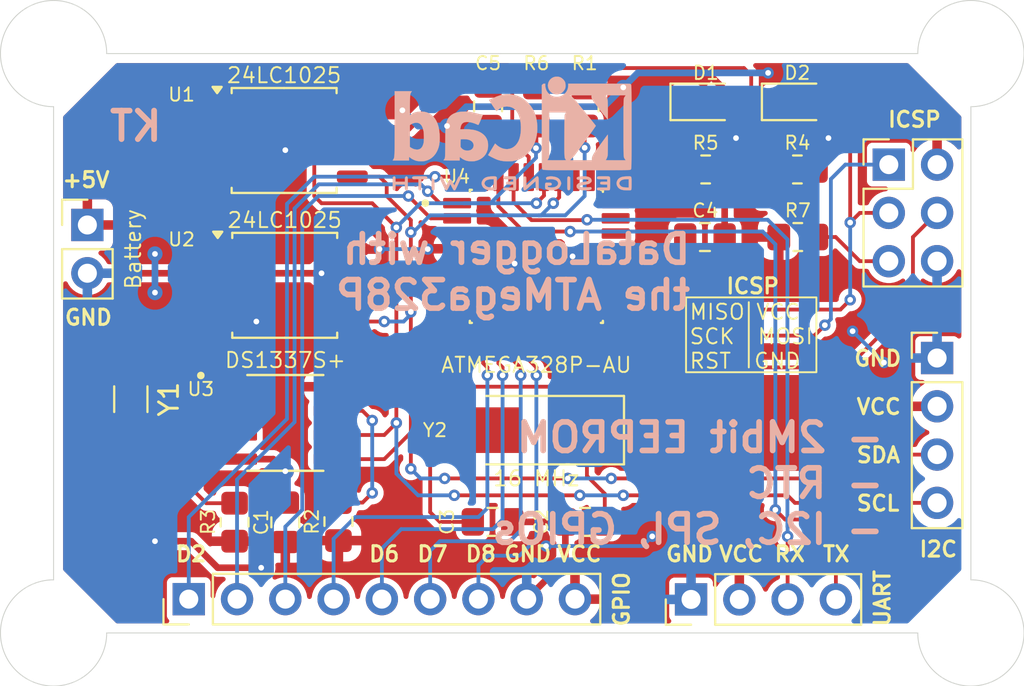
<source format=kicad_pcb>
(kicad_pcb (version 20241229) (generator "pcbnew") (generator_version "9.0")
  (title_block (title "${project_name}") (date "2025-03-10") (rev "1") (company "Krzysztof Tomicki") (comment 1 "2-Layer PCB Version"))
  (layers (0 "F.Cu" signal) (2 "B.Cu" signal) (13 "F.Paste" user) (15 "B.Paste" user) (5 "F.SilkS" user "F.Silkscreen") (7 "B.SilkS" user "B.Silkscreen") (1 "F.Mask" user) (3 "B.Mask" user) (25 "Edge.Cuts" user))
  (property "project_name" "MCU Datalogger with memory and clock")
  (net 0 "")
  (net 1 "GND")
  (net 2 "/VCC")
  (net 3 "Net-(U4-PB7)")
  (net 4 "Net-(U4-PB6)")
  (net 5 "Net-(U4-AREF)")
  (net 6 "Net-(D1-K)")
  (net 7 "Net-(D2-K)")
  (net 8 "/SCK")
  (net 9 "/SDA")
  (net 10 "/TX")
  (net 11 "/RX")
  (net 12 "/D2")
  (net 13 "/D4")
  (net 14 "/D7")
  (net 15 "/D6")
  (net 16 "/D8")
  (net 17 "/D3")
  (net 18 "/D5")
  (net 19 "/RESET")
  (net 20 "/MOSI")
  (net 21 "/MISO")
  (net 22 "Net-(U3-SQW{slash}~INT)")
  (net 23 "Net-(U3-~{INTA})")
  (net 24 "Net-(U3-X1)")
  (net 25 "Net-(U3-X2)")
  (net 35 "/SCL")
  (footprint "Capacitor_SMD:C_0805_2012Metric_Pad1.18x1.45mm_HandSolder" (layer "F.Cu") (at 57.912 96.2875 90)
    (property "Reference" "C1")
    (property "Value" "0.1uF" (hide yes))
  )
  (footprint "MountingHole:MountingHole_2.2mm_M2" (layer "F.Cu") (at 93.98 71.628)
    (property "Reference" "H2" (hide yes))
    (property "Value" "MountingHole" (hide yes))
  )
  (footprint "LED_SMD:LED_0805_2012Metric_Pad1.15x1.40mm_HandSolder" (layer "F.Cu") (at 84.845 74.168)
    (property "Reference" "D2")
    (property "Value" "LED" (hide yes))
  )
  (footprint "Connector_PinHeader_2.54mm:PinHeader_1x04_P2.54mm_Vertical" (layer "F.Cu") (at 79.258 100.345 90)
    (property "Reference" "J2" (hide yes))
    (property "Value" "Conn_01x04_Pin" (hide yes))
  )
  (footprint "Capacitor_SMD:C_0805_2012Metric_Pad1.18x1.45mm_HandSolder" (layer "F.Cu") (at 73.6815 96.266)
    (property "Reference" "C2")
    (property "Value" "22pF" (hide yes))
  )
  (footprint "Resistor_SMD:R_0805_2012Metric_Pad1.20x1.40mm_HandSolder" (layer "F.Cu") (at 80.026 77.724)
    (property "Reference" "R5")
    (property "Value" "330" (hide yes))
  )
  (footprint "MountingHole:MountingHole_2.2mm_M2" (layer "F.Cu") (at 93.98 102.108)
    (property "Reference" "H3" (hide yes))
    (property "Value" "MountingHole" (hide yes))
  )
  (footprint "Resistor_SMD:R_0805_2012Metric_Pad1.20x1.40mm_HandSolder" (layer "F.Cu") (at 84.8735 81.28 180)
    (property "Reference" "R7")
    (property "Value" "10k" (hide yes))
  )
  (footprint "LED_SMD:LED_0805_2012Metric_Pad1.15x1.40mm_HandSolder" (layer "F.Cu") (at 80.035 74.168)
    (property "Reference" "D1")
    (property "Value" "LED" (hide yes))
  )
  (footprint "Connector_PinHeader_2.54mm:PinHeader_1x04_P2.54mm_Vertical" (layer "F.Cu") (at 92.202 87.645)
    (property "Reference" "J1" (hide yes))
    (property "Value" "Conn_01x04_Pin" (hide yes))
  )
  (footprint "Resistor_SMD:R_0805_2012Metric_Pad1.20x1.40mm_HandSolder" (layer "F.Cu") (at 71.12 74.438 -90)
    (property "Reference" "R6")
    (property "Value" "4.7k" (hide yes))
  )
  (footprint "Package_SO:SOIC-8_5.3x5.3mm_P1.27mm" (layer "F.Cu") (at 57.849 76.2)
    (property "Reference" "U1")
    (property "Value" "24LC1025")
  )
  (footprint "Capacitor_SMD:C_0805_2012Metric_Pad1.18x1.45mm_HandSolder" (layer "F.Cu") (at 68.8125 96.266 180)
    (property "Reference" "C3")
    (property "Value" "22pF" (hide yes))
  )
  (footprint "Resistor_SMD:R_0805_2012Metric_Pad1.20x1.40mm_HandSolder" (layer "F.Cu") (at 84.852 77.724 180)
    (property "Reference" "R4")
    (property "Value" "330" (hide yes))
  )
  (footprint "Footprints:QFP80P900X900X120-32N" (layer "F.Cu") (at 71.12 82.296)
    (property "Reference" "U4")
    (property "Value" "ATMEGA328P-AU")
  )
  (footprint "Crystal:Crystal_SMD_5032-2Pin_5.0x3.2mm_HandSoldering" (layer "F.Cu") (at 71.18 91.44 180)
    (property "Reference" "Y2")
    (property "Value" "16 MHz")
  )
  (footprint "Resistor_SMD:R_0805_2012Metric_Pad1.20x1.40mm_HandSolder" (layer "F.Cu") (at 60.706 96.25 90)
    (property "Reference" "R2")
    (property "Value" "10k" (hide yes))
  )
  (footprint "MountingHole:MountingHole_2.2mm_M2" (layer "F.Cu") (at 45.72 71.628)
    (property "Reference" "H1" (hide yes))
    (property "Value" "MountingHole" (hide yes))
  )
  (footprint "Resistor_SMD:R_0805_2012Metric_Pad1.20x1.40mm_HandSolder" (layer "F.Cu") (at 73.66 74.438 -90)
    (property "Reference" "R1")
    (property "Value" "4.7k" (hide yes))
  )
  (footprint "Package_SO:SOIC-8_5.3x5.3mm_P1.27mm" (layer "F.Cu") (at 57.8805 83.82)
    (property "Reference" "U2")
    (property "Value" "24LC1025")
  )
  (footprint "Connector_PinHeader_2.54mm:PinHeader_2x03_P2.54mm_Vertical" (layer "F.Cu") (at 89.662 77.47)
    (property "Reference" "J4" (hide yes))
    (property "Value" "Conn_02x03_Odd_Even" (hide yes))
  )
  (footprint "Resistor_SMD:R_0805_2012Metric_Pad1.20x1.40mm_HandSolder" (layer "F.Cu") (at 55.245 96.282 90)
    (property "Reference" "R3")
    (property "Value" "10k" (hide yes))
  )
  (footprint "Connector_PinHeader_2.54mm:PinHeader_1x02_P2.54mm_Vertical" (layer "F.Cu") (at 47.498 80.645)
    (property "Reference" "BT1" (hide yes))
    (property "Value" "Battery")
  )
  (footprint "Capacitor_SMD:C_0805_2012Metric_Pad1.18x1.45mm_HandSolder" (layer "F.Cu") (at 68.58 74.4005 90)
    (property "Reference" "C5")
    (property "Value" "100nF" (hide yes))
  )
  (footprint "Connector_PinHeader_2.54mm:PinHeader_1x09_P2.54mm_Vertical" (layer "F.Cu") (at 52.832 100.33 90)
    (property "Reference" "J3" (hide yes))
    (property "Value" "Conn_01x09_Pin" (hide yes))
  )
  (footprint "MountingHole:MountingHole_2.2mm_M2" (layer "F.Cu") (at 45.72 102.108)
    (property "Reference" "H4" (hide yes))
    (property "Value" "MountingHole" (hide yes))
  )
  (footprint "Footprints:SOIC127P600X175-8N" (layer "F.Cu") (at 57.912 91.059)
    (property "Reference" "U3")
    (property "Value" "DS1337S+")
  )
  (footprint "Crystal:Crystal_SMD_3215-2Pin_3.2x1.5mm" (layer "F.Cu") (at 49.784 89.809 -90)
    (property "Reference" "Y1")
    (property "Value" "32.768 kHz")
  )
  (footprint "Capacitor_SMD:C_0805_2012Metric_Pad1.18x1.45mm_HandSolder" (layer "F.Cu") (at 79.9885 81.28)
    (property "Reference" "C4")
    (property "Value" "0.1uF" (hide yes))
  )
  (footprint "Symbol:KiCad-Logo2_5mm_SilkScreen" (layer "B.Cu") (at 69.85 75.819 180)
    (property "Reference" "REF**" (hide yes))
    (property "Value" "KiCad-Logo2_5mm_SilkScreen" (hide yes))
  )
  (gr_line (start 82.296 84.709) (end 82.296 88.138) (stroke (width 0.1)) (layer "F.SilkS"))
  (gr_rect (start 78.994 84.455) (end 85.852 88.392) (stroke (width 0.1)) (fill no) (layer "F.SilkS"))
  (gr_line (start 91.186 102.108) (end 48.514 102.108) (stroke (width 0.05)) (layer "Edge.Cuts"))
  (gr_arc (start 93.98 99.314) (mid 95.955656 104.083656) (end 91.186 102.108) (stroke (width 0.05)) (layer "Edge.Cuts"))
  (gr_line (start 93.98 74.422) (end 93.98 99.314) (stroke (width 0.05)) (layer "Edge.Cuts"))
  (gr_line (start 48.514 71.628) (end 91.186 71.628) (stroke (width 0.05)) (layer "Edge.Cuts"))
  (gr_arc (start 48.514 102.108) (mid 43.744344 104.083656) (end 45.72 99.314) (stroke (width 0.05)) (layer "Edge.Cuts"))
  (gr_arc (start 45.72 74.422) (mid 43.744344 69.652344) (end 48.514 71.628) (stroke (width 0.05)) (layer "Edge.Cuts"))
  (gr_line (start 45.72 99.314) (end 45.72 74.422) (stroke (width 0.05)) (layer "Edge.Cuts"))
  (gr_arc (start 91.186 71.628) (mid 95.955656 69.652344) (end 93.98 74.422) (stroke (width 0.05)) (layer "Edge.Cuts"))
  (gr_text "GND" (at 46.228 85.979 0) (layer "F.SilkS") (effects (font (size 0.8 0.8) (thickness 0.16) (bold yes)) (justify left bottom)))
  (gr_text "RX" (at 83.566 98.425 0) (layer "F.SilkS") (effects (font (size 0.8 0.8) (thickness 0.16) (bold yes)) (justify left bottom)))
  (gr_text "VCC" (at 87.884 90.678 0) (layer "F.SilkS") (effects (font (size 0.8 0.8) (thickness 0.16) (bold yes)) (justify left bottom)))
  (gr_text "GND" (at 87.757 88.138 0) (layer "F.SilkS") (effects (font (size 0.8 0.8) (thickness 0.16) (bold yes)) (justify left bottom)))
  (gr_text "VCC" (at 80.645 98.425 0) (layer "F.SilkS") (effects (font (size 0.8 0.8) (thickness 0.16) (bold yes)) (justify left bottom)))
  (gr_text "ICSP" (at 89.535 75.565 0) (layer "F.SilkS") (effects (font (size 0.8 0.8) (thickness 0.16) (bold yes)) (justify left bottom)))
  (gr_text "+5V" (at 46.101 78.74 0) (layer "F.SilkS") (effects (font (size 0.8 0.8) (thickness 0.16) (bold yes)) (justify left bottom)))
  (gr_text "GPIO" (at 76.073 101.854 90) (layer "F.SilkS") (effects (font (size 0.8 0.8) (thickness 0.16) (bold yes)) (justify left bottom)))
  (gr_text "SCL" (at 87.884 95.758 0) (layer "F.SilkS") (effects (font (size 0.8 0.8) (thickness 0.16) (bold yes)) (justify left bottom)))
  (gr_text "I2C" (at 91.186 98.171 0) (layer "F.SilkS") (effects (font (size 0.8 0.8) (thickness 0.16) (bold yes)) (justify left bottom)))
  (gr_text "UART" (at 89.789 101.854 90) (layer "F.SilkS") (effects (font (size 0.8 0.8) (thickness 0.16) (bold yes)) (justify left bottom)))
  (gr_text "D7" (at 64.77 98.425 0) (layer "F.SilkS") (effects (font (size 0.8 0.8) (thickness 0.16) (bold yes)) (justify left bottom)))
  (gr_text "ICSP" (at 81.026 84.328 0) (layer "F.SilkS") (effects (font (size 0.8 0.8) (thickness 0.16) (bold yes)) (justify left bottom)))
  (gr_text "D6\n" (at 62.23 98.425 0) (layer "F.SilkS") (effects (font (size 0.8 0.8) (thickness 0.16) (bold yes)) (justify left bottom)))
  (gr_text "GND" (at 69.342 98.425 0) (layer "F.SilkS") (effects (font (size 0.8 0.8) (thickness 0.16) (bold yes)) (justify left bottom)))
  (gr_text "VCC" (at 72.136 98.425 0) (layer "F.SilkS") (effects (font (size 0.8 0.8) (thickness 0.16) (bold yes)) (justify left bottom)))
  (gr_text "D8" (at 67.31 98.425 0) (layer "F.SilkS") (effects (font (size 0.8 0.8) (thickness 0.16) (bold yes)) (justify left bottom)))
  (gr_text "SDA" (at 87.884 93.218 0) (layer "F.SilkS") (effects (font (size 0.8 0.8) (thickness 0.16) (bold yes)) (justify left bottom)))
  (gr_text "TX" (at 86.106 98.425 0) (layer "F.SilkS") (effects (font (size 0.8 0.8) (thickness 0.16) (bold yes)) (justify left bottom)))
  (gr_text "MISO VCC\nSCK  MOSI\nRST  GND" (at 79.121 88.265 0) (layer "F.SilkS") (effects (font (size 0.8 0.8) (thickness 0.1)) (justify left bottom)))
  (gr_text "GND" (at 77.851 98.425 0) (layer "F.SilkS") (effects (font (size 0.8 0.8) (thickness 0.16) (bold yes)) (justify left bottom)))
  (gr_text "D2" (at 52.07 98.425 0) (layer "F.SilkS") (effects (font (size 0.8 0.8) (thickness 0.16) (bold yes)) (justify left bottom)))
  (gr_text "DataLogger with \nthe ATMega328P" (at 79.375 85.217 0) (layer "B.SilkS") (effects (font (size 1.5 1.5) (thickness 0.3) (bold yes)) (justify left bottom mirror)))
  (gr_text "KT" (at 51.562 76.327 0) (layer "B.SilkS") (effects (font (size 1.5 1.5) (thickness 0.3) (bold yes)) (justify left bottom mirror)))
  (gr_text "- 2Mbit EEPROM\n- RTC\n- I2C, SPI, GPIOs" (at 89.535 97.536 0) (layer "B.SilkS") (effects (font (size 1.5 1.5) (thickness 0.3) (bold yes)) (justify left bottom mirror)))
  (segment (start 57.912 93.599) (end 57.277 92.964) (width 0.35) (layer "F.Cu") (net 1))
  (segment (start 66.95 81.096) (end 68.396 81.096) (width 0.35) (layer "F.Cu") (net 1))
  (segment (start 68.58 73.363) (end 66.591 73.363) (width 0.35) (layer "F.Cu") (net 1))
  (segment (start 81.623 76.073) (end 81.623 76.111) (width 0.35) (layer "F.Cu") (net 1))
  (segment (start 59.055 75.565) (end 61.4365 75.565) (width 0.35) (layer "F.Cu") (net 1))
  (segment (start 86.487 76.073) (end 85.852 76.708) (width 0.35) (layer "F.Cu") (net 1))
  (segment (start 57.277 92.964) (end 55.437 92.964) (width 0.35) (layer "F.Cu") (net 1))
  (segment (start 75.29 81.896) (end 73.425 81.896) (width 0.35) (layer "F.Cu") (net 1))
  (segment (start 73.425 81.896) (end 73.025 82.296) (width 0.35) (layer "F.Cu") (net 1))
  (segment (start 72.644 96.266) (end 69.85 96.266) (width 0.35) (layer "F.Cu") (net 1))
  (segment (start 56.388 85.725) (end 54.293 85.725) (width 0.35) (layer "F.Cu") (net 1))
  (segment (start 72.644 96.266) (end 72.644 98.298) (width 0.35) (layer "F.Cu") (net 1))
  (segment (start 66.591 73.363) (end 64.389 75.565) (width 0.35) (layer "F.Cu") (net 1))
  (segment (start 64.389 75.565) (end 61.4365 75.565) (width 0.35) (layer "F.Cu") (net 1))
  (segment (start 85.852 76.708) (end 85.852 77.724) (width 0.35) (layer "F.Cu") (net 1))
  (segment (start 81.026 81.28) (end 81.026 77.724) (width 0.35) (layer "F.Cu") (net 1))
  (segment (start 57.912 95.25) (end 57.912 93.599) (width 0.35) (layer "F.Cu") (net 1))
  (segment (start 56.515 78.105) (end 57.912 76.708) (width 0.35) (layer "F.Cu") (net 1))
  (segment (start 68.396 81.096) (end 69.977 82.677) (width 0.35) (layer "F.Cu") (net 1))
  (segment (start 81.623 76.111) (end 81.026 76.708) (width 0.35) (layer "F.Cu") (net 1))
  (segment (start 81.026 76.708) (end 81.026 77.724) (width 0.35) (layer "F.Cu") (net 1))
  (segment (start 59.055 75.565) (end 57.912 76.708) (width 0.35) (layer "F.Cu") (net 1))
  (segment (start 61.468 83.185) (end 59.817 83.185) (width 0.35) (layer "F.Cu") (net 1))
  (segment (start 66.95 81.096) (end 67.049 80.997) (width 0.35) (layer "F.Cu") (net 1))
  (segment (start 54.356 98.679) (end 52.959 97.282) (width 0.35) (layer "F.Cu") (net 1))
  (segment (start 69.977 82.677) (end 66.969 82.677) (width 0.35) (layer "F.Cu") (net 1))
  (segment (start 59.817 83.185) (end 54.293 83.185) (width 0.35) (layer "F.Cu") (net 1))
  (segment (start 86.487 76.073) (end 86.487 76.327) (width 0.35) (layer "F.Cu") (net 1))
  (segment (start 52.959 97.282) (end 51.054 97.282) (width 0.35) (layer "F.Cu") (net 1))
  (segment (start 56.642 98.679) (end 54.356 98.679) (width 0.35) (layer "F.Cu") (net 1))
  (segment (start 54.2615 78.105) (end 56.515 78.105) (width 0.35) (layer "F.Cu") (net 1))
  (segment (start 54.293 83.185) (end 47.498 83.185) (width 0.35) (layer "F.Cu") (net 1))
  (segment (start 72.644 98.298) (end 70.612 100.33) (width 0.35) (layer "F.Cu") (net 1))
  (via (at 56.388 85.725) (size 0.9) (drill 0.3) (layers "F.Cu" "B.Cu") (net 1))
  (via (at 73.025 82.296) (size 0.9) (drill 0.3) (layers "F.Cu" "B.Cu") (net 1))
  (via (at 57.912 76.708) (size 0.9) (drill 0.3) (layers "F.Cu" "B.Cu") (net 1))
  (via (at 56.642 98.679) (size 0.9) (drill 0.3) (layers "F.Cu" "B.Cu") (net 1))
  (via (at 86.487 76.073) (size 0.9) (drill 0.3) (layers "F.Cu" "B.Cu") (net 1))
  (via (at 81.623 76.073) (size 0.9) (drill 0.3) (layers "F.Cu" "B.Cu") (net 1))
  (via (at 69.977 82.677) (size 0.9) (drill 0.3) (layers "F.Cu" "B.Cu") (net 1))
  (via (at 59.817 83.185) (size 0.9) (drill 0.3) (layers "F.Cu" "B.Cu") (net 1))
  (via (at 51.054 97.282) (size 0.9) (drill 0.3) (layers "F.Cu" "B.Cu") (net 1))
  (via (at 57.912 93.599) (size 0.9) (drill 0.3) (layers "F.Cu" "B.Cu") (net 1))
  (segment (start 92.202 82.55) (end 92.202 84.074) (width 0.35) (layer "B.Cu") (net 1))
  (segment (start 81.06 73.567) (end 80.391 72.898) (width 0.35) (layer "F.Cu") (net 2))
  (segment (start 63.754 74.295) (end 64.0715 74.6125) (width 0.35) (layer "F.Cu") (net 2))
  (segment (start 81.06 74.168) (end 81.06 73.567) (width 0.2) (layer "F.Cu") (net 2))
  (segment (start 81.798 100.345) (end 81.798 98.435) (width 0.35) (layer "F.Cu") (net 2))
  (segment (start 62.865 81.915) (end 61.468 81.915) (width 0.2) (layer "F.Cu") (net 2))
  (segment (start 92.202 77.47) (end 92.202 75.946) (width 0.35) (layer "F.Cu") (net 2))
  (segment (start 65.424 81.896) (end 65.405 81.915) (width 0.2) (layer "F.Cu") (net 2))
  (segment (start 92.202 90.185) (end 90.409 90.185) (width 0.35) (layer "F.Cu") (net 2))
  (segment (start 66.95 81.896) (end 65.424 81.896) (width 0.2) (layer "F.Cu") (net 2))
  (segment (start 73.66 73.438) (end 71.12 73.438) (width 0.35) (layer "F.Cu") (net 2))
  (segment (start 61.4365 74.295) (end 63.754 74.295) (width 0.35) (layer "F.Cu") (net 2))
  (via (at 87.757 86.233) (size 0.6) (drill 0.3) (layers "F.Cu" "B.Cu") (net 2))
  (via (at 83.312 72.644) (size 0.6) (drill 0.3) (layers "F.Cu" "B.Cu") (net 2))
  (via (at 71.628 97.536) (size 0.6) (drill 0.3) (layers "F.Cu" "B.Cu") (net 2))
  (via (at 62.865 81.915) (size 0.6) (drill 0.3) (layers "F.Cu" "B.Cu") (net 2))
  (via (at 89.408 87.884) (size 0.6) (drill 0.3) (layers "F.Cu" "B.Cu") (net 2))
  (via (at 64.0715 74.6125) (size 0.8) (drill 0.3) (layers "F.Cu" "B.Cu") (net 2))
  (via (at 77.216 97.028) (size 0.6) (drill 0.3) (layers "F.Cu" "B.Cu") (net 2))
  (via (at 65.405 81.915) (size 0.6) (drill 0.3) (layers "F.Cu" "B.Cu") (net 2))
  (via (at 75.692 73.406) (size 0.8) (drill 0.3) (layers "F.Cu" "B.Cu") (net 2))
  (via (at 51.054 84.201) (size 0.8) (drill 0.3) (layers "F.Cu" "B.Cu") (net 2))
  (via (at 66.421 75.438) (size 0.8) (drill 0.3) (layers "F.Cu" "B.Cu") (net 2))
  (via (at 51.054 82.169) (size 0.8) (drill 0.3) (layers "F.Cu" "B.Cu") (net 2))
  (segment (start 66.421 75.438) (end 64.897 75.438) (width 0.35) (layer "B.Cu") (net 2))
  (segment (start 51.054 84.201) (end 51.054 82.169) (width 0.35) (layer "B.Cu") (net 2))
  (segment (start 83.312 72.644) (end 76.454 72.644) (width 0.35) (layer "B.Cu") (net 2))
  (segment (start 65.405 81.915) (end 62.865 81.915) (width 0.2) (layer "B.Cu") (net 2))
  (segment (start 76.454 72.644) (end 75.692 73.406) (width 0.35) (layer "B.Cu") (net 2))
  (segment (start 71.628 97.536) (end 76.708 97.536) (width 0.2) (layer "B.Cu") (net 2))
  (segment (start 74.676 74.422) (end 75.692 73.406) (width 0.35) (layer "B.Cu") (net 2))
  (segment (start 66.421 75.438) (end 67.437 74.422) (width 0.35) (layer "B.Cu") (net 2))
  (segment (start 64.897 75.438) (end 64.0715 74.6125) (width 0.35) (layer "B.Cu") (net 2))
  (segment (start 67.437 74.422) (end 74.676 74.422) (width 0.35) (layer "B.Cu") (net 2))
  (segment (start 76.708 97.536) (end 77.216 97.028) (width 0.2) (layer "B.Cu") (net 2))
  (segment (start 87.757 86.233) (end 89.408 87.884) (width 0.2) (layer "B.Cu") (net 2))
  (segment (start 74.719 94.785) (end 74.719 96.266) (width 0.2) (layer "F.Cu") (net 3))
  (segment (start 67.564 89.154) (end 73.152 89.154) (width 0.2) (layer "F.Cu") (net 3))
  (segment (start 73.78 93.846) (end 74.719 94.785) (width 0.2) (layer "F.Cu") (net 3))
  (segment (start 66.95 88.54) (end 67.564 89.154) (width 0.2) (layer "F.Cu") (net 3))
  (segment (start 73.152 89.154) (end 73.78 89.782) (width 0.2) (layer "F.Cu") (net 3))
  (segment (start 73.78 89.782) (end 73.78 91.44) (width 0.2) (layer "F.Cu") (net 3))
  (segment (start 66.95 85.096) (end 66.95 88.54) (width 0.2) (layer "F.Cu") (net 3))
  (segment (start 73.78 91.44) (end 73.78 93.846) (width 0.2) (layer "F.Cu") (net 3))
  (segment (start 67.775 96.266) (end 66.04 96.266) (width 0.2) (layer "F.Cu") (net 4))
  (segment (start 65.532 84.55) (end 65.786 84.296) (width 0.2) (layer "F.Cu") (net 4))
  (segment (start 65.786 84.296) (end 66.95 84.296) (width 0.2) (layer "F.Cu") (net 4))
  (segment (start 65.532 95.758) (end 65.532 90.805) (width 0.2) (layer "F.Cu") (net 4))
  (segment (start 65.532 90.805) (end 65.532 84.55) (width 0.2) (layer "F.Cu") (net 4))
  (segment (start 68.58 91.44) (end 66.167 91.44) (width 0.2) (layer "F.Cu") (net 4))
  (segment (start 66.04 96.266) (end 65.532 95.758) (width 0.2) (layer "F.Cu") (net 4))
  (segment (start 66.167 91.44) (end 65.532 90.805) (width 0.2) (layer "F.Cu") (net 4))
  (segment (start 78.951 82.339) (end 78.594 82.696) (width 0.2) (layer "F.Cu") (net 5))
  (segment (start 78.594 82.696) (end 75.29 82.696) (width 0.2) (layer "F.Cu") (net 5))
  (segment (start 78.951 81.28) (end 78.951 82.339) (width 0.2) (layer "F.Cu") (net 5))
  (segment (start 79.01 77.708) (end 79.026 77.724) (width 0.2) (layer "F.Cu") (net 6))
  (segment (start 79.01 74.168) (end 79.01 77.708) (width 0.2) (layer "F.Cu") (net 6))
  (segment (start 83.82 74.422) (end 83.852 74.454) (width 0.2) (layer "F.Cu") (net 7))
  (segment (start 83.852 74.454) (end 83.852 77.724) (width 0.2) (layer "F.Cu") (net 7))
  (segment (start 83.82 74.168) (end 83.82 74.422) (width 0.2) (layer "F.Cu") (net 7))
  (segment (start 75.29 85.096) (end 87.116 85.096) (width 0.2) (layer "F.Cu") (net 8))
  (segment (start 87.122 74.168) (end 85.87 74.168) (width 0.2) (layer "F.Cu") (net 8))
  (segment (start 87.116 85.096) (end 87.63 84.582) (width 0.2) (layer "F.Cu") (net 8))
  (segment (start 87.63 74.676) (end 87.122 74.168) (width 0.2) (layer "F.Cu") (net 8))
  (segment (start 88.138 80.01) (end 89.662 80.01) (width 0.2) (layer "F.Cu") (net 8))
  (segment (start 87.63 80.518) (end 87.63 74.676) (width 0.2) (layer "F.Cu") (net 8))
  (segment (start 87.63 80.518) (end 88.138 80.01) (width 0.2) (layer "F.Cu") (net 8))
  (via (at 87.63 84.582) (size 0.6) (drill 0.3) (layers "F.Cu" "B.Cu") (net 8))
  (via (at 87.63 80.518) (size 0.6) (drill 0.3) (layers "F.Cu" "B.Cu") (net 8))
  (segment (start 87.63 84.582) (end 87.63 80.518) (width 0.2) (layer "B.Cu") (net 8))
  (segment (start 66.294 93.98) (end 72.771 93.98) (width 0.2) (layer "F.Cu") (net 9))
  (segment (start 63.246 78.486) (end 63.246 79.121) (width 0.2) (layer "F.Cu") (net 9))
  (segment (start 61.468 85.725) (end 63.119 85.725) (width 0.2) (layer "F.Cu") (net 9))
  (segment (start 64.516 93.472) (end 64.516 91.567) (width 0.2) (layer "F.Cu") (net 9))
  (segment (start 87.6225 92.725) (end 92.202 92.725) (width 0.2) (layer "F.Cu") (net 9))
  (segment (start 72.32 79.191) (end 72.009 79.502) (width 0.2) (layer "F.Cu") (net 9))
  (segment (start 63.119 92.964) (end 60.387 92.964) (width 0.2) (layer "F.Cu") (net 9))
  (segment (start 72.32 78.126) (end 72.32 79.191) (width 0.2) (layer "F.Cu") (net 9))
  (segment (start 64.516 80.391) (end 64.516 81.026) (width 0.2) (layer "F.Cu") (net 9))
  (segment (start 73.66 75.438) (end 73.66 76.581) (width 0.2) (layer "F.Cu") (net 9))
  (segment (start 64.516 85.217) (end 64.516 91.567) (width 0.2) (layer "F.Cu") (net 9))
  (segment (start 62.865 78.105) (end 63.246 78.486) (width 0.2) (layer "F.Cu") (net 9))
  (segment (start 64.516 85.217) (end 64.516 81.026) (width 0.2) (layer "F.Cu") (net 9))
  (segment (start 75.057 93.98) (end 86.3675 93.98) (width 0.2) (layer "F.Cu") (net 9))
  (segment (start 64.516 91.567) (end 63.119 92.964) (width 0.2) (layer "F.Cu") (net 9))
  (segment (start 63.246 79.121) (end 64.516 80.391) (width 0.2) (layer "F.Cu") (net 9))
  (segment (start 86.3675 93.98) (end 87.6225 92.725) (width 0.2) (layer "F.Cu") (net 9))
  (segment (start 61.4365 78.105) (end 62.865 78.105) (width 0.2) (layer "F.Cu") (net 9))
  (via (at 64.516 81.026) (size 0.6) (drill 0.3) (layers "F.Cu" "B.Cu") (net 9))
  (via (at 75.057 93.98) (size 0.6) (drill 0.3) (layers "F.Cu" "B.Cu") (net 9))
  (via (at 72.771 93.98) (size 0.6) (drill 0.3) (layers "F.Cu" "B.Cu") (net 9))
  (via (at 64.516 85.217) (size 0.6) (drill 0.3) (layers "F.Cu" "B.Cu") (net 9))
  (via (at 66.294 93.98) (size 0.6) (drill 0.3) (layers "F.Cu" "B.Cu") (net 9))
  (via (at 73.66 76.581) (size 0.6) (drill 0.3) (layers "F.Cu" "B.Cu") (net 9))
  (via (at 72.009 79.502) (size 0.6) (drill 0.3) (layers "F.Cu" "B.Cu") (net 9))
  (via (at 64.516 93.472) (size 0.6) (drill 0.3) (layers "F.Cu" "B.Cu") (net 9))
  (via (at 63.119 85.725) (size 0.6) (drill 0.3) (layers "F.Cu" "B.Cu") (net 9))
  (segment (start 64.516 81.026) (end 64.643 81.026) (width 0.2) (layer "B.Cu") (net 9))
  (segment (start 64.516 85.217) (end 64.516 85.344) (width 0.2) (layer "B.Cu") (net 9))
  (segment (start 73.66 79.121) (end 72.644 80.137) (width 0.2) (layer "B.Cu") (net 9))
  (segment (start 64.516 93.472) (end 65.024 93.98) (width 0.2) (layer "B.Cu") (net 9))
  (segment (start 71.374 80.137) (end 72.009 79.502) (width 0.2) (layer "B.Cu") (net 9))
  (segment (start 72.644 80.137) (end 71.247 80.137) (width 0.2) (layer "B.Cu") (net 9))
  (segment (start 65.024 93.98) (end 66.294 93.98) (width 0.2) (layer "B.Cu") (net 9))
  (segment (start 73.66 76.581) (end 73.66 79.121) (width 0.2) (layer "B.Cu") (net 9))
  (segment (start 65.532 80.137) (end 71.247 80.137) (width 0.2) (layer "B.Cu") (net 9))
  (segment (start 71.247 80.137) (end 71.374 80.137) (width 0.2) (layer "B.Cu") (net 9))
  (segment (start 72.771 93.98) (end 75.057 93.98) (width 0.2) (layer "B.Cu") (net 9))
  (segment (start 64.135 85.725) (end 63.119 85.725) (width 0.2) (layer "B.Cu") (net 9))
  (segment (start 64.516 85.344) (end 64.135 85.725) (width 0.2) (layer "B.Cu") (net 9))
  (segment (start 64.643 81.026) (end 65.532 80.137) (width 0.2) (layer "B.Cu") (net 9))
  (segment (start 86.878 96.657) (end 86.878 100.345) (width 0.2) (layer "F.Cu") (net 10))
  (segment (start 86.36 96.139) (end 86.878 96.657) (width 0.2) (layer "F.Cu") (net 10))
  (segment (start 69.12 79.661) (end 69.12 78.126) (width 0.2) (layer "F.Cu") (net 10))
  (segment (start 70.45 80.991) (end 69.12 79.661) (width 0.2) (layer "F.Cu") (net 10))
  (segment (start 83.693 95.631) (end 84.201 96.139) (width 0.2) (layer "F.Cu") (net 10))
  (segment (start 72.898 80.991) (end 70.45 80.991) (width 0.2) (layer "F.Cu") (net 10))
  (segment (start 84.201 96.139) (end 86.36 96.139) (width 0.2) (layer "F.Cu") (net 10))
  (via (at 83.693 95.631) (size 0.6) (drill 0.3) (layers "F.Cu" "B.Cu") (net 10))
  (via (at 72.898 80.991) (size 0.6) (drill 0.3) (layers "F.Cu" "B.Cu") (net 10))
  (segment (start 83.693 81.661) (end 83.023 80.991) (width 0.2) (layer "B.Cu") (net 10))
  (segment (start 83.023 80.991) (end 72.898 80.991) (width 0.2) (layer "B.Cu") (net 10))
  (segment (start 83.693 95.631) (end 83.693 81.661) (width 0.2) (layer "B.Cu") (net 10))
  (segment (start 73.76688 80.391) (end 70.866 80.391) (width 0.2) (layer "F.Cu") (net 11))
  (segment (start 73.786864 80.371016) (end 73.76688 80.391) (width 0.2) (layer "F.Cu") (net 11))
  (segment (start 69.92 79.445) (end 69.92 78.126) (width 0.2) (layer "F.Cu") (net 11))
  (segment (start 84.338 97.028) (end 84.338 100.345) (width 0.2) (layer "F.Cu") (net 11))
  (segment (start 70.866 80.391) (end 69.92 79.445) (width 0.2) (layer "F.Cu") (net 11))
  (via (at 84.338 97.028) (size 0.6) (drill 0.3) (layers "F.Cu" "B.Cu") (net 11))
  (via (at 73.786864 80.371016) (size 0.6) (drill 0.3) (layers "F.Cu" "B.Cu") (net 11))
  (segment (start 84.338 97.028) (end 84.338 96.52) (width 0.2) (layer "B.Cu") (net 11))
  (segment (start 83.292016 80.371016) (end 73.786864 80.371016) (width 0.2) (layer "B.Cu") (net 11))
  (segment (start 84.328 81.407) (end 83.292016 80.371016) (width 0.2) (layer "B.Cu") (net 11))
  (segment (start 84.338 96.52) (end 84.328 96.51) (width 0.2) (layer "B.Cu") (net 11))
  (segment (start 84.328 96.51) (end 84.328 81.407) (width 0.2) (layer "B.Cu") (net 11))
  (segment (start 66.823 78.126) (end 68.32 78.126) (width 0.2) (layer "F.Cu") (net 12))
  (segment (start 66.802 78.105) (end 66.823 78.126) (width 0.2) (layer "F.Cu") (net 12))
  (segment (start 65.786 78.105) (end 66.802 78.105) (width 0.2) (layer "F.Cu") (net 12))
  (via (at 65.786 78.105) (size 0.6) (drill 0.3) (layers "F.Cu" "B.Cu") (net 12))
  (segment (start 58.0146 79.5264) (end 59.436 78.105) (width 0.2) (layer "B.Cu") (net 12))
  (segment (start 65.786 78.105) (end 59.436 78.105) (width 0.2) (layer "B.Cu") (net 12))
  (segment (start 52.832 96.012) (end 52.832 100.33) (width 0.2) (layer "B.Cu") (net 12))
  (segment (start 57.999 90.845) (end 52.832 96.012) (width 0.2) (layer "B.Cu") (net 12))
  (segment (start 57.999 79.5264) (end 57.999 90.845) (width 0.2) (layer "B.Cu") (net 12))
  (segment (start 65.564 80.296) (end 64.389 79.121) (width 0.2) (layer "F.Cu") (net 13))
  (segment (start 66.95 80.296) (end 65.564 80.296) (width 0.2) (layer "F.Cu") (net 13))
  (via (at 64.389 79.121) (size 0.6) (drill 0.3) (layers "F.Cu" "B.Cu") (net 13))
  (segment (start 58.801 95.631) (end 58.801 79.97) (width 0.2) (layer "B.Cu") (net 13))
  (segment (start 57.912 100.33) (end 57.912 96.52) (width 0.2) (layer "B.Cu") (net 13))
  (segment (start 58.801 79.97) (end 59.65 79.121) (width 0.2) (layer "B.Cu") (net 13))
  (segment (start 57.912 96.52) (end 58.801 95.631) (width 0.2) (layer "B.Cu") (net 13))
  (segment (start 59.65 79.121) (end 64.389 79.121) (width 0.2) (layer "B.Cu") (net 13))
  (segment (start 70.295734 88.162263) (end 69.92 87.786529) (width 0.2) (layer "F.Cu") (net 14))
  (segment (start 69.92 87.786529) (end 69.92 86.466) (width 0.2) (layer "F.Cu") (net 14))
  (segment (start 70.295734 88.554) (end 70.295734 88.162263) (width 0.2) (layer "F.Cu") (net 14))
  (via (at 70.295734 88.554) (size 0.6) (drill 0.3) (layers "F.Cu" "B.Cu") (net 14))
  (segment (start 66.04 97.282) (end 65.532 97.79) (width 0.2) (layer "B.Cu") (net 14))
  (segment (start 70.295734 88.554) (end 70.295734 96.709266) (width 0.2) (layer "B.Cu") (net 14))
  (segment (start 70.295734 96.709266) (end 69.723 97.282) (width 0.2) (layer "B.Cu") (net 14))
  (segment (start 65.532 97.79) (end 65.532 100.33) (width 0.2) (layer "B.Cu") (net 14))
  (segment (start 69.723 97.282) (end 66.04 97.282) (width 0.2) (layer "B.Cu") (net 14))
  (segment (start 69.342 88.138) (end 69.12 87.916) (width 0.2) (layer "F.Cu") (net 15))
  (segment (start 69.12 87.916) (end 69.12 86.466) (width 0.2) (layer "F.Cu") (net 15))
  (segment (start 69.342 88.554) (end 69.342 88.138) (width 0.2) (layer "F.Cu") (net 15))
  (via (at 69.342 88.554) (size 0.6) (drill 0.3) (layers "F.Cu" "B.Cu") (net 15))
  (segment (start 69.342 88.554) (end 69.342 96.139) (width 0.2) (layer "B.Cu") (net 15))
  (segment (start 62.992 97.663) (end 62.992 100.33) (width 0.2) (layer "B.Cu") (net 15))
  (segment (start 64.008 96.647) (end 62.992 97.663) (width 0.2) (layer "B.Cu") (net 15))
  (segment (start 68.834 96.647) (end 64.008 96.647) (width 0.2) (layer "B.Cu") (net 15))
  (segment (start 69.342 96.139) (end 68.834 96.647) (width 0.2) (layer "B.Cu") (net 15))
  (segment (start 70.72 87.738) (end 70.72 86.466) (width 0.2) (layer "F.Cu") (net 16))
  (segment (start 71.12 88.138) (end 70.72 87.738) (width 0.2) (layer "F.Cu") (net 16))
  (segment (start 71.12 88.554) (end 71.12 88.138) (width 0.2) (layer "F.Cu") (net 16))
  (via (at 71.12 88.554) (size 0.6) (drill 0.3) (layers "F.Cu" "B.Cu") (net 16))
  (segment (start 71.12 97.155) (end 70.231 98.044) (width 0.2) (layer "B.Cu") (net 16))
  (segment (start 68.58 98.044) (end 68.072 98.552) (width 0.2) (layer "B.Cu") (net 16))
  (segment (start 68.072 98.552) (end 68.072 100.33) (width 0.2) (layer "B.Cu") (net 16))
  (segment (start 70.231 98.044) (end 68.58 98.044) (width 0.2) (layer "B.Cu") (net 16))
  (segment (start 71.12 88.554) (end 71.12 97.155) (width 0.2) (layer "B.Cu") (net 16))
  (segment (start 65.405 78.867) (end 66.034 79.496) (width 0.2) (layer "F.Cu") (net 17))
  (segment (start 66.034 79.496) (end 66.95 79.496) (width 0.2) (layer "F.Cu") (net 17))
  (via (at 65.405 78.867) (size 0.6) (drill 0.3) (layers "F.Cu" "B.Cu") (net 17))
  (segment (start 55.372 94.0391) (end 58.4 91.0111) (width 0.2) (layer "B.Cu") (net 17))
  (segment (start 58.4 91.0111) (end 58.4 79.776) (width 0.2) (layer "B.Cu") (net 17))
  (segment (start 58.4 79.776) (end 59.67 78.506) (width 0.2) (layer "B.Cu") (net 17))
  (segment (start 59.67 78.506) (end 65.044 78.506) (width 0.2) (layer "B.Cu") (net 17))
  (segment (start 65.044 78.506) (end 65.405 78.867) (width 0.2) (layer "B.Cu") (net 17))
  (segment (start 55.372 100.33) (end 55.372 94.0391) (width 0.2) (layer "B.Cu") (net 17))
  (segment (start 68.32 87.916003) (end 68.32 86.466) (width 0.2) (layer "F.Cu") (net 18))
  (segment (start 68.541997 88.554) (end 68.541997 88.138) (width 0.2) (layer "F.Cu") (net 18))
  (segment (start 68.541997 88.138) (end 68.32 87.916003) (width 0.2) (layer "F.Cu") (net 18))
  (via (at 68.541997 88.554) (size 0.6) (drill 0.3) (layers "F.Cu" "B.Cu") (net 18))
  (segment (start 68.541997 88.554) (end 68.541997 95.542003) (width 0.2) (layer "B.Cu") (net 18))
  (segment (start 68.541997 95.542003) (end 68.072 96.012) (width 0.2) (layer "B.Cu") (net 18))
  (segment (start 68.072 96.012) (end 61.595 96.012) (width 0.2) (layer "B.Cu") (net 18))
  (segment (start 61.595 96.012) (end 60.452 97.155) (width 0.2) (layer "B.Cu") (net 18))
  (segment (start 60.452 97.155) (end 60.452 100.33) (width 0.2) (layer "B.Cu") (net 18))
  (segment (start 85.8735 79.9045) (end 85.8735 81.28) (width 0.2) (layer "F.Cu") (net 19))
  (segment (start 88.138 82.55) (end 89.662 82.55) (width 0.2) (layer "F.Cu") (net 19))
  (segment (start 86.868 81.28) (end 88.138 82.55) (width 0.2) (layer "F.Cu") (net 19))
  (segment (start 69.85 72.771) (end 70.231 72.39) (width 0.2) (layer "F.Cu") (net 19))
  (segment (start 85.471 79.502) (end 85.8735 79.9045) (width 0.2) (layer "F.Cu") (net 19))
  (segment (start 85.8735 81.28) (end 86.868 81.28) (width 0.2) (layer "F.Cu") (net 19))
  (segment (start 82.423 72.771) (end 82.423 78.994) (width 0.2) (layer "F.Cu") (net 19))
  (segment (start 82.042 72.39) (end 82.423 72.771) (width 0.2) (layer "F.Cu") (net 19))
  (segment (start 69.85 76.2) (end 69.85 72.771) (width 0.2) (layer "F.Cu") (net 19))
  (segment (start 70.231 72.39) (end 82.042 72.39) (width 0.2) (layer "F.Cu") (net 19))
  (segment (start 82.423 78.994) (end 82.931 79.502) (width 0.2) (layer "F.Cu") (net 19))
  (segment (start 70.72 78.126) (end 70.72 77.07) (width 0.2) (layer "F.Cu") (net 19))
  (segment (start 82.931 79.502) (end 85.471 79.502) (width 0.2) (layer "F.Cu") (net 19))
  (segment (start 70.72 77.07) (end 69.85 76.2) (width 0.2) (layer "F.Cu") (net 19))
  (segment (start 87.503 88.138) (end 73.438 88.138) (width 0.2) (layer "F.Cu") (net 20))
  (segment (start 92.202 80.01) (end 90.932 81.28) (width 0.2) (layer "F.Cu") (net 20))
  (segment (start 73.438 88.138) (end 73.12 87.82) (width 0.2) (layer "F.Cu") (net 20))
  (segment (start 90.932 84.709) (end 87.503 88.138) (width 0.2) (layer "F.Cu") (net 20))
  (segment (start 90.932 81.28) (end 90.932 84.709) (width 0.2) (layer "F.Cu") (net 20))
  (segment (start 73.12 87.82) (end 73.12 86.466) (width 0.2) (layer "F.Cu") (net 20))
  (segment (start 85.746 86.466) (end 73.92 86.466) (width 0.2) (layer "F.Cu") (net 21))
  (segment (start 86.2965 85.9155) (end 85.746 86.466) (width 0.2) (layer "F.Cu") (net 21))
  (via (at 86.2965 85.9155) (size 0.6) (drill 0.3) (layers "F.Cu" "B.Cu") (net 21))
  (segment (start 86.2965 85.9155) (end 86.614 85.598) (width 0.2) (layer "B.Cu") (net 21))
  (segment (start 86.614 85.598) (end 86.614 78.232) (width 0.2) (layer "B.Cu") (net 21))
  (segment (start 86.614 78.232) (end 87.376 77.47) (width 0.2) (layer "B.Cu") (net 21))
  (segment (start 87.376 77.47) (end 89.662 77.47) (width 0.2) (layer "B.Cu") (net 21))
  (segment (start 61.976 90.424) (end 60.387 90.424) (width 0.2) (layer "F.Cu") (net 22))
  (segment (start 62.484 90.932) (end 61.976 90.424) (width 0.2) (layer "F.Cu") (net 22))
  (segment (start 60.706 95.25) (end 61.976 95.25) (width 0.2) (layer "F.Cu") (net 22))
  (segment (start 61.976 95.25) (end 62.484 94.742) (width 0.2) (layer "F.Cu") (net 22))
  (via (at 62.484 90.932) (size 0.6) (drill 0.3) (layers "F.Cu" "B.Cu") (net 22))
  (via (at 62.484 94.742) (size 0.6) (drill 0.3) (layers "F.Cu" "B.Cu") (net 22))
  (segment (start 62.484 94.742) (end 62.484 90.932) (width 0.2) (layer "B.Cu") (net 22))
  (segment (start 53.753 95.282) (end 53.213 94.742) (width 0.2) (layer "F.Cu") (net 23))
  (segment (start 55.245 95.282) (end 53.753 95.282) (width 0.2) (layer "F.Cu") (net 23))
  (segment (start 53.213 94.742) (end 53.213 92.329) (width 0.2) (layer "F.Cu") (net 23))
  (segment (start 53.848 91.694) (end 55.437 91.694) (width 0.2) (layer "F.Cu") (net 23))
  (segment (start 53.213 92.329) (end 53.848 91.694) (width 0.2) (layer "F.Cu") (net 23))
  (segment (start 53.086 89.154) (end 52.491 88.559) (width 0.2) (layer "F.Cu") (net 24))
  (segment (start 52.491 88.559) (end 49.784 88.559) (width 0.2) (layer "F.Cu") (net 24))
  (segment (start 55.437 89.154) (end 53.086 89.154) (width 0.2) (layer "F.Cu") (net 24))
  (segment (start 52.451 91.059) (end 49.784 91.059) (width 0.2) (layer "F.Cu") (net 25))
  (segment (start 53.086 90.424) (end 52.451 91.059) (width 0.2) (layer "F.Cu") (net 25))
  (segment (start 55.437 90.424) (end 53.086 90.424) (width 0.2) (layer "F.Cu") (net 25))
  (segment (start 59.436 79.121) (end 59.436 77.216) (width 0.2) (layer "F.Cu") (net 35))
  (segment (start 63.754 80.772) (end 62.484 79.502) (width 0.2) (layer "F.Cu") (net 35))
  (segment (start 71.12 76.327) (end 71.12 75.438) (width 0.2) (layer "F.Cu") (net 35))
  (segment (start 63.754 84.328) (end 63.754 83.947) (width 0.2) (layer "F.Cu") (net 35))
  (segment (start 59.436 77.216) (end 59.817 76.835) (width 0.2) (layer "F.Cu") (net 35))
  (segment (start 71.099765 76.601235) (end 71.099765 76.347235) (width 0.2) (layer "F.Cu") (net 35))
  (segment (start 63.246 84.455) (end 63.754 83.947) (width 0.2) (layer "F.Cu") (net 35))
  (segment (start 66.802 94.869) (end 73.406 94.869) (width 0.2) (layer "F.Cu") (net 35))
  (segment (start 62.484 79.502) (end 59.817 79.502) (width 0.2) (layer "F.Cu") (net 35))
  (segment (start 71.52 78.126) (end 71.52 79.102) (width 0.2) (layer "F.Cu") (net 35))
  (segment (start 63.754 91.059) (end 63.754 90.15) (width 0.2) (layer "F.Cu") (net 35))
  (segment (start 63.754 80.772) (end 63.754 83.947) (width 0.2) (layer "F.Cu") (net 35))
  (segment (start 63.119 91.694) (end 63.754 91.059) (width 0.2) (layer "F.Cu") (net 35))
  (segment (start 84.328 94.869) (end 84.724 95.265) (width 0.2) (layer "F.Cu") (net 35))
  (segment (start 71.099765 76.347235) (end 71.12 76.327) (width 0.2) (layer "F.Cu") (net 35))
  (segment (start 71.52 79.102) (end 71.12 79.502) (width 0.2) (layer "F.Cu") (net 35))
  (segment (start 60.387 91.694) (end 63.119 91.694) (width 0.2) (layer "F.Cu") (net 35))
  (segment (start 59.817 76.835) (end 61.4365 76.835) (width 0.2) (layer "F.Cu") (net 35))
  (segment (start 61.468 84.455) (end 63.246 84.455) (width 0.2) (layer "F.Cu") (net 35))
  (segment (start 84.724 95.265) (end 92.202 95.265) (width 0.2) (layer "F.Cu") (net 35))
  (segment (start 59.817 79.502) (end 59.436 79.121) (width 0.2) (layer "F.Cu") (net 35))
  (segment (start 63.754 90.15) (end 63.754 84.328) (width 0.2) (layer "F.Cu") (net 35))
  (segment (start 75.692 94.869) (end 84.328 94.869) (width 0.2) (layer "F.Cu") (net 35))
  (via (at 63.754 91.059) (size 0.6) (drill 0.3) (layers "F.Cu" "B.Cu") (net 35))
  (via (at 73.406 94.869) (size 0.6) (drill 0.3) (layers "F.Cu" "B.Cu") (net 35))
  (via (at 71.099765 76.601235) (size 0.6) (drill 0.3) (layers "F.Cu" "B.Cu") (net 35))
  (via (at 63.754 80.772) (size 0.6) (drill 0.3) (layers "F.Cu" "B.Cu") (net 35))
  (via (at 66.802 94.869) (size 0.6) (drill 0.3) (layers "F.Cu" "B.Cu") (net 35))
  (via (at 71.12 79.502) (size 0.6) (drill 0.3) (layers "F.Cu" "B.Cu") (net 35))
  (via (at 75.692 94.869) (size 0.6) (drill 0.3) (layers "F.Cu" "B.Cu") (net 35))
  (segment (start 65.024 79.502) (end 67.31 79.502) (width 0.2) (layer "B.Cu") (net 35))
  (segment (start 71.099765 77.109235) (end 68.707 79.502) (width 0.2) (layer "B.Cu") (net 35))
  (segment (start 66.802 94.869) (end 64.897 94.869) (width 0.2) (layer "B.Cu") (net 35))
  (segment (start 63.754 93.726) (end 63.754 91.059) (width 0.2) (layer "B.Cu") (net 35))
  (segment (start 71.099765 76.601235) (end 71.099765 77.109235) (width 0.2) (layer "B.Cu") (net 35))
  (segment (start 73.406 94.869) (end 75.692 94.869) (width 0.2) (layer "B.Cu") (net 35))
  (segment (start 64.897 94.869) (end 63.754 93.726) (width 0.2) (layer "B.Cu") (net 35))
  (segment (start 68.707 79.502) (end 67.31 79.502) (width 0.2) (layer "B.Cu") (net 35))
  (segment (start 67.31 79.502) (end 71.12 79.502) (width 0.2) (layer "B.Cu") (net 35))
  (segment (start 63.754 80.772) (end 65.024 79.502) (width 0.2) (layer "B.Cu") (net 35))
  (zone (net 2) (net_name "/VCC") (layer "F.Cu") (connect_pads (clearance 0.3)) (min_thickness 0.25) (fill yes (thermal_gap 0.5) (thermal_bridge_width 0.5))
    (polygon (pts (xy 49.53 71.628) (xy 45.72 75.438) (xy 45.72 98.298) (xy 49.53 102.108) (xy 90.17 102.108) (xy 93.98 98.298) (xy 93.98 75.438) (xy 90.17 71.628)))
  )
  (zone (net 1) (net_name "GND") (layer "B.Cu") (priority 1) (connect_pads (clearance 0.5)) (min_thickness 0.25) (fill yes (thermal_gap 0.5) (thermal_bridge_width 0.5))
    (polygon (pts (xy 90.17 71.628) (xy 93.98 75.438) (xy 93.98 98.298) (xy 90.17 102.108) (xy 49.53 102.108) (xy 45.72 98.298) (xy 45.72 75.438) (xy 49.53 71.628)))
  )
)
</source>
